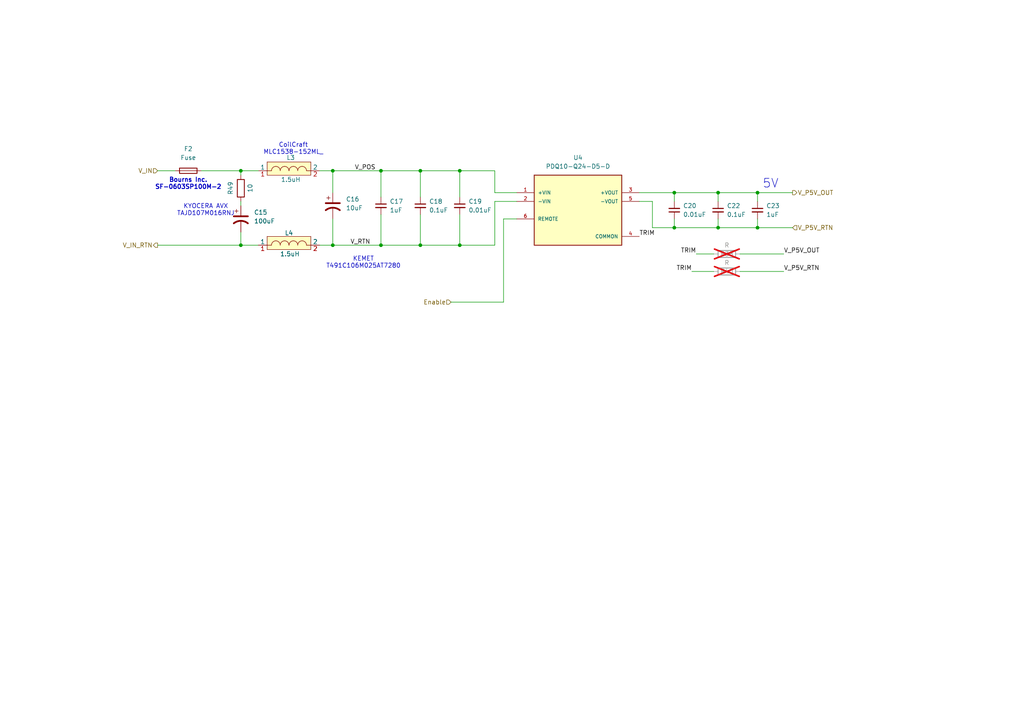
<source format=kicad_sch>
(kicad_sch
	(version 20250114)
	(generator "eeschema")
	(generator_version "9.0")
	(uuid "49260761-036e-4e6a-a015-906ea1cba1bc")
	(paper "A4")
	(lib_symbols
		(symbol "CUI:PDQ10-Q24-D5-D"
			(pin_names
				(offset 1.016)
			)
			(exclude_from_sim no)
			(in_bom yes)
			(on_board yes)
			(property "Reference" "U"
				(at -12.7422 10.1937 0)
				(effects
					(font
						(size 1.27 1.27)
					)
					(justify left bottom)
				)
			)
			(property "Value" "PDQ30-Q24-S5-D"
				(at -12.7115 -12.7115 0)
				(effects
					(font
						(size 1.27 1.27)
					)
					(justify left bottom)
				)
			)
			(property "Footprint" "PDQ10-Q24-D5-D:CONV_PDQ10-Q24-D5-D"
				(at 0 0 0)
				(effects
					(font
						(size 1.27 1.27)
					)
					(justify bottom)
					(hide yes)
				)
			)
			(property "Datasheet" "https://www.belfuse.com/media/datasheets/products/power-supplies/PDQ30-D.pdf"
				(at 0 0 0)
				(effects
					(font
						(size 1.27 1.27)
					)
					(hide yes)
				)
			)
			(property "Description" "Isolated Module DC DC Converter 1 Output 5V 6A 9V - 36V Input"
				(at 0 0 0)
				(effects
					(font
						(size 1.27 1.27)
					)
					(hide yes)
				)
			)
			(property "PARTREV" "1.0"
				(at 0 0 0)
				(effects
					(font
						(size 1.27 1.27)
					)
					(justify bottom)
					(hide yes)
				)
			)
			(property "Manufacturer" "CUI Inc"
				(at 0 0 0)
				(effects
					(font
						(size 1.27 1.27)
					)
					(justify bottom)
					(hide yes)
				)
			)
			(property "Man. Part Num" "PDQ30-Q24-S5-D"
				(at 0 0 0)
				(effects
					(font
						(size 1.27 1.27)
					)
					(justify bottom)
					(hide yes)
				)
			)
			(property "Distributor" "Digi-Key"
				(at 0 0 0)
				(effects
					(font
						(size 1.27 1.27)
					)
					(hide yes)
				)
			)
			(property "Dist. Part Num" "102-3891-ND"
				(at 0 0 0)
				(effects
					(font
						(size 1.27 1.27)
					)
					(hide yes)
				)
			)
			(property "Part Type" "Through-Hole"
				(at 0 0 0)
				(effects
					(font
						(size 1.27 1.27)
					)
					(hide yes)
				)
			)
			(property "Package" "-"
				(at 0 0 0)
				(effects
					(font
						(size 1.27 1.27)
					)
					(hide yes)
				)
			)
			(property "Notes" ""
				(at 0 0 0)
				(effects
					(font
						(size 1.27 1.27)
					)
					(hide yes)
				)
			)
			(symbol "PDQ10-Q24-D5-D_0_0"
				(rectangle
					(start -12.7 -10.16)
					(end 12.7 10.16)
					(stroke
						(width 0.254)
						(type default)
					)
					(fill
						(type background)
					)
				)
				(pin input line
					(at -17.78 5.08 0)
					(length 5.08)
					(name "+VIN"
						(effects
							(font
								(size 1.016 1.016)
							)
						)
					)
					(number "1"
						(effects
							(font
								(size 1.016 1.016)
							)
						)
					)
				)
				(pin input line
					(at -17.78 2.54 0)
					(length 5.08)
					(name "-VIN"
						(effects
							(font
								(size 1.016 1.016)
							)
						)
					)
					(number "2"
						(effects
							(font
								(size 1.016 1.016)
							)
						)
					)
				)
				(pin input line
					(at -17.78 -2.54 0)
					(length 5.08)
					(name "REMOTE"
						(effects
							(font
								(size 1.016 1.016)
							)
						)
					)
					(number "6"
						(effects
							(font
								(size 1.016 1.016)
							)
						)
					)
				)
				(pin output line
					(at 17.78 5.08 180)
					(length 5.08)
					(name "+VOUT"
						(effects
							(font
								(size 1.016 1.016)
							)
						)
					)
					(number "3"
						(effects
							(font
								(size 1.016 1.016)
							)
						)
					)
				)
				(pin output line
					(at 17.78 2.54 180)
					(length 5.08)
					(name "-VOUT"
						(effects
							(font
								(size 1.016 1.016)
							)
						)
					)
					(number "5"
						(effects
							(font
								(size 1.016 1.016)
							)
						)
					)
				)
				(pin power_in line
					(at 17.78 -7.62 180)
					(length 5.08)
					(name "COMMON"
						(effects
							(font
								(size 1.016 1.016)
							)
						)
					)
					(number "4"
						(effects
							(font
								(size 1.016 1.016)
							)
						)
					)
				)
			)
			(embedded_fonts no)
		)
		(symbol "CoilCraft:MLC7542"
			(pin_names
				(offset 0)
			)
			(exclude_from_sim no)
			(in_bom yes)
			(on_board yes)
			(property "Reference" "L"
				(at 5.334 3.81 0)
				(effects
					(font
						(size 1.27 1.27)
					)
				)
			)
			(property "Value" ""
				(at 6.35 3.302 0)
				(effects
					(font
						(size 1.27 1.27)
					)
				)
			)
			(property "Footprint" ""
				(at 6.35 3.302 0)
				(effects
					(font
						(size 1.27 1.27)
					)
					(hide yes)
				)
			)
			(property "Datasheet" ""
				(at 6.35 3.302 0)
				(effects
					(font
						(size 1.27 1.27)
					)
					(hide yes)
				)
			)
			(property "Description" ""
				(at 6.35 3.302 0)
				(effects
					(font
						(size 1.27 1.27)
					)
					(hide yes)
				)
			)
			(symbol "MLC7542_0_1"
				(arc
					(start 1.27 0)
					(mid 1.642 0.898)
					(end 2.54 1.27)
					(stroke
						(width 0)
						(type default)
					)
					(fill
						(type none)
					)
				)
				(arc
					(start 2.54 1.27)
					(mid 3.438 0.898)
					(end 3.81 0)
					(stroke
						(width 0)
						(type default)
					)
					(fill
						(type none)
					)
				)
				(arc
					(start 3.81 0)
					(mid 4.182 0.898)
					(end 5.08 1.27)
					(stroke
						(width 0)
						(type default)
					)
					(fill
						(type none)
					)
				)
				(arc
					(start 5.08 1.27)
					(mid 5.978 0.898)
					(end 6.35 0)
					(stroke
						(width 0)
						(type default)
					)
					(fill
						(type none)
					)
				)
				(arc
					(start 6.35 0)
					(mid 6.722 0.898)
					(end 7.62 1.27)
					(stroke
						(width 0)
						(type default)
					)
					(fill
						(type none)
					)
				)
				(arc
					(start 7.62 1.27)
					(mid 8.518 0.898)
					(end 8.89 0)
					(stroke
						(width 0)
						(type default)
					)
					(fill
						(type none)
					)
				)
				(arc
					(start 8.89 0)
					(mid 9.262 0.898)
					(end 10.16 1.27)
					(stroke
						(width 0)
						(type default)
					)
					(fill
						(type none)
					)
				)
				(arc
					(start 10.16 1.27)
					(mid 11.058 0.898)
					(end 11.43 0)
					(stroke
						(width 0)
						(type default)
					)
					(fill
						(type none)
					)
				)
			)
			(symbol "MLC7542_1_1"
				(rectangle
					(start 0 2.54)
					(end 12.7 -1.27)
					(stroke
						(width 0)
						(type default)
					)
					(fill
						(type background)
					)
				)
				(polyline
					(pts
						(xy 1.27 0) (xy 0 0)
					)
					(stroke
						(width 0)
						(type default)
					)
					(fill
						(type none)
					)
				)
				(polyline
					(pts
						(xy 11.43 0) (xy 12.7 0)
					)
					(stroke
						(width 0)
						(type default)
					)
					(fill
						(type none)
					)
				)
				(pin bidirectional line
					(at -2.54 0 0)
					(length 2.54)
					(name "1"
						(effects
							(font
								(size 1.27 1.27)
							)
						)
					)
					(number "1"
						(effects
							(font
								(size 1.27 1.27)
							)
						)
					)
				)
				(pin bidirectional line
					(at 15.24 0 180)
					(length 2.54)
					(name "2"
						(effects
							(font
								(size 1.27 1.27)
							)
						)
					)
					(number "2"
						(effects
							(font
								(size 1.27 1.27)
							)
						)
					)
				)
			)
			(embedded_fonts no)
		)
		(symbol "Device:C_Polarized_US"
			(pin_numbers
				(hide yes)
			)
			(pin_names
				(offset 0.254)
				(hide yes)
			)
			(exclude_from_sim no)
			(in_bom yes)
			(on_board yes)
			(property "Reference" "C"
				(at 0.635 2.54 0)
				(effects
					(font
						(size 1.27 1.27)
					)
					(justify left)
				)
			)
			(property "Value" "C_Polarized_US"
				(at 0.635 -2.54 0)
				(effects
					(font
						(size 1.27 1.27)
					)
					(justify left)
				)
			)
			(property "Footprint" ""
				(at 0 0 0)
				(effects
					(font
						(size 1.27 1.27)
					)
					(hide yes)
				)
			)
			(property "Datasheet" "~"
				(at 0 0 0)
				(effects
					(font
						(size 1.27 1.27)
					)
					(hide yes)
				)
			)
			(property "Description" "Polarized capacitor, US symbol"
				(at 0 0 0)
				(effects
					(font
						(size 1.27 1.27)
					)
					(hide yes)
				)
			)
			(property "ki_keywords" "cap capacitor"
				(at 0 0 0)
				(effects
					(font
						(size 1.27 1.27)
					)
					(hide yes)
				)
			)
			(property "ki_fp_filters" "CP_*"
				(at 0 0 0)
				(effects
					(font
						(size 1.27 1.27)
					)
					(hide yes)
				)
			)
			(symbol "C_Polarized_US_0_1"
				(polyline
					(pts
						(xy -2.032 0.762) (xy 2.032 0.762)
					)
					(stroke
						(width 0.508)
						(type default)
					)
					(fill
						(type none)
					)
				)
				(polyline
					(pts
						(xy -1.778 2.286) (xy -0.762 2.286)
					)
					(stroke
						(width 0)
						(type default)
					)
					(fill
						(type none)
					)
				)
				(polyline
					(pts
						(xy -1.27 1.778) (xy -1.27 2.794)
					)
					(stroke
						(width 0)
						(type default)
					)
					(fill
						(type none)
					)
				)
				(arc
					(start -2.032 -1.27)
					(mid 0 -0.5572)
					(end 2.032 -1.27)
					(stroke
						(width 0.508)
						(type default)
					)
					(fill
						(type none)
					)
				)
			)
			(symbol "C_Polarized_US_1_1"
				(pin passive line
					(at 0 3.81 270)
					(length 2.794)
					(name "~"
						(effects
							(font
								(size 1.27 1.27)
							)
						)
					)
					(number "1"
						(effects
							(font
								(size 1.27 1.27)
							)
						)
					)
				)
				(pin passive line
					(at 0 -3.81 90)
					(length 3.302)
					(name "~"
						(effects
							(font
								(size 1.27 1.27)
							)
						)
					)
					(number "2"
						(effects
							(font
								(size 1.27 1.27)
							)
						)
					)
				)
			)
			(embedded_fonts no)
		)
		(symbol "Device:C_Small"
			(pin_numbers
				(hide yes)
			)
			(pin_names
				(offset 0.254)
				(hide yes)
			)
			(exclude_from_sim no)
			(in_bom yes)
			(on_board yes)
			(property "Reference" "C"
				(at 0.254 1.778 0)
				(effects
					(font
						(size 1.27 1.27)
					)
					(justify left)
				)
			)
			(property "Value" "C_Small"
				(at 0.254 -2.032 0)
				(effects
					(font
						(size 1.27 1.27)
					)
					(justify left)
				)
			)
			(property "Footprint" ""
				(at 0 0 0)
				(effects
					(font
						(size 1.27 1.27)
					)
					(hide yes)
				)
			)
			(property "Datasheet" "~"
				(at 0 0 0)
				(effects
					(font
						(size 1.27 1.27)
					)
					(hide yes)
				)
			)
			(property "Description" "Unpolarized capacitor, small symbol"
				(at 0 0 0)
				(effects
					(font
						(size 1.27 1.27)
					)
					(hide yes)
				)
			)
			(property "ki_keywords" "capacitor cap"
				(at 0 0 0)
				(effects
					(font
						(size 1.27 1.27)
					)
					(hide yes)
				)
			)
			(property "ki_fp_filters" "C_*"
				(at 0 0 0)
				(effects
					(font
						(size 1.27 1.27)
					)
					(hide yes)
				)
			)
			(symbol "C_Small_0_1"
				(polyline
					(pts
						(xy -1.524 0.508) (xy 1.524 0.508)
					)
					(stroke
						(width 0.3048)
						(type default)
					)
					(fill
						(type none)
					)
				)
				(polyline
					(pts
						(xy -1.524 -0.508) (xy 1.524 -0.508)
					)
					(stroke
						(width 0.3302)
						(type default)
					)
					(fill
						(type none)
					)
				)
			)
			(symbol "C_Small_1_1"
				(pin passive line
					(at 0 2.54 270)
					(length 2.032)
					(name "~"
						(effects
							(font
								(size 1.27 1.27)
							)
						)
					)
					(number "1"
						(effects
							(font
								(size 1.27 1.27)
							)
						)
					)
				)
				(pin passive line
					(at 0 -2.54 90)
					(length 2.032)
					(name "~"
						(effects
							(font
								(size 1.27 1.27)
							)
						)
					)
					(number "2"
						(effects
							(font
								(size 1.27 1.27)
							)
						)
					)
				)
			)
			(embedded_fonts no)
		)
		(symbol "Device:Fuse"
			(pin_numbers
				(hide yes)
			)
			(pin_names
				(offset 0)
			)
			(exclude_from_sim no)
			(in_bom yes)
			(on_board yes)
			(property "Reference" "F"
				(at 2.032 0 90)
				(effects
					(font
						(size 1.27 1.27)
					)
				)
			)
			(property "Value" "Fuse"
				(at -1.905 0 90)
				(effects
					(font
						(size 1.27 1.27)
					)
				)
			)
			(property "Footprint" ""
				(at -1.778 0 90)
				(effects
					(font
						(size 1.27 1.27)
					)
					(hide yes)
				)
			)
			(property "Datasheet" "~"
				(at 0 0 0)
				(effects
					(font
						(size 1.27 1.27)
					)
					(hide yes)
				)
			)
			(property "Description" "Fuse"
				(at 0 0 0)
				(effects
					(font
						(size 1.27 1.27)
					)
					(hide yes)
				)
			)
			(property "ki_keywords" "fuse"
				(at 0 0 0)
				(effects
					(font
						(size 1.27 1.27)
					)
					(hide yes)
				)
			)
			(property "ki_fp_filters" "*Fuse*"
				(at 0 0 0)
				(effects
					(font
						(size 1.27 1.27)
					)
					(hide yes)
				)
			)
			(symbol "Fuse_0_1"
				(rectangle
					(start -0.762 -2.54)
					(end 0.762 2.54)
					(stroke
						(width 0.254)
						(type default)
					)
					(fill
						(type none)
					)
				)
				(polyline
					(pts
						(xy 0 2.54) (xy 0 -2.54)
					)
					(stroke
						(width 0)
						(type default)
					)
					(fill
						(type none)
					)
				)
			)
			(symbol "Fuse_1_1"
				(pin passive line
					(at 0 3.81 270)
					(length 1.27)
					(name "~"
						(effects
							(font
								(size 1.27 1.27)
							)
						)
					)
					(number "1"
						(effects
							(font
								(size 1.27 1.27)
							)
						)
					)
				)
				(pin passive line
					(at 0 -3.81 90)
					(length 1.27)
					(name "~"
						(effects
							(font
								(size 1.27 1.27)
							)
						)
					)
					(number "2"
						(effects
							(font
								(size 1.27 1.27)
							)
						)
					)
				)
			)
			(embedded_fonts no)
		)
		(symbol "Device:R"
			(pin_numbers
				(hide yes)
			)
			(pin_names
				(offset 0)
			)
			(exclude_from_sim no)
			(in_bom yes)
			(on_board yes)
			(property "Reference" "R"
				(at 2.032 0 90)
				(effects
					(font
						(size 1.27 1.27)
					)
				)
			)
			(property "Value" "R"
				(at 0 0 90)
				(effects
					(font
						(size 1.27 1.27)
					)
				)
			)
			(property "Footprint" ""
				(at -1.778 0 90)
				(effects
					(font
						(size 1.27 1.27)
					)
					(hide yes)
				)
			)
			(property "Datasheet" "~"
				(at 0 0 0)
				(effects
					(font
						(size 1.27 1.27)
					)
					(hide yes)
				)
			)
			(property "Description" "Resistor"
				(at 0 0 0)
				(effects
					(font
						(size 1.27 1.27)
					)
					(hide yes)
				)
			)
			(property "ki_keywords" "R res resistor"
				(at 0 0 0)
				(effects
					(font
						(size 1.27 1.27)
					)
					(hide yes)
				)
			)
			(property "ki_fp_filters" "R_*"
				(at 0 0 0)
				(effects
					(font
						(size 1.27 1.27)
					)
					(hide yes)
				)
			)
			(symbol "R_0_1"
				(rectangle
					(start -1.016 -2.54)
					(end 1.016 2.54)
					(stroke
						(width 0.254)
						(type default)
					)
					(fill
						(type none)
					)
				)
			)
			(symbol "R_1_1"
				(pin passive line
					(at 0 3.81 270)
					(length 1.27)
					(name "~"
						(effects
							(font
								(size 1.27 1.27)
							)
						)
					)
					(number "1"
						(effects
							(font
								(size 1.27 1.27)
							)
						)
					)
				)
				(pin passive line
					(at 0 -3.81 90)
					(length 1.27)
					(name "~"
						(effects
							(font
								(size 1.27 1.27)
							)
						)
					)
					(number "2"
						(effects
							(font
								(size 1.27 1.27)
							)
						)
					)
				)
			)
			(embedded_fonts no)
		)
		(symbol "R_1"
			(pin_numbers
				(hide yes)
			)
			(pin_names
				(offset 0)
			)
			(exclude_from_sim no)
			(in_bom yes)
			(on_board yes)
			(property "Reference" "R"
				(at 2.032 0 90)
				(effects
					(font
						(size 1.27 1.27)
					)
				)
			)
			(property "Value" "R"
				(at 0 0 90)
				(effects
					(font
						(size 1.27 1.27)
					)
				)
			)
			(property "Footprint" ""
				(at -1.778 0 90)
				(effects
					(font
						(size 1.27 1.27)
					)
					(hide yes)
				)
			)
			(property "Datasheet" "~"
				(at 0 0 0)
				(effects
					(font
						(size 1.27 1.27)
					)
					(hide yes)
				)
			)
			(property "Description" "Resistor"
				(at 0 0 0)
				(effects
					(font
						(size 1.27 1.27)
					)
					(hide yes)
				)
			)
			(property "ki_keywords" "R res resistor"
				(at 0 0 0)
				(effects
					(font
						(size 1.27 1.27)
					)
					(hide yes)
				)
			)
			(property "ki_fp_filters" "R_*"
				(at 0 0 0)
				(effects
					(font
						(size 1.27 1.27)
					)
					(hide yes)
				)
			)
			(symbol "R_1_0_1"
				(rectangle
					(start -1.016 -2.54)
					(end 1.016 2.54)
					(stroke
						(width 0.254)
						(type default)
					)
					(fill
						(type none)
					)
				)
			)
			(symbol "R_1_1_1"
				(pin passive line
					(at 0 3.81 270)
					(length 1.27)
					(name "~"
						(effects
							(font
								(size 1.27 1.27)
							)
						)
					)
					(number "1"
						(effects
							(font
								(size 1.27 1.27)
							)
						)
					)
				)
				(pin passive line
					(at 0 -3.81 90)
					(length 1.27)
					(name "~"
						(effects
							(font
								(size 1.27 1.27)
							)
						)
					)
					(number "2"
						(effects
							(font
								(size 1.27 1.27)
							)
						)
					)
				)
			)
			(embedded_fonts no)
		)
	)
	(text "CoilCraft\nMLC1538-152ML_"
		(exclude_from_sim no)
		(at 85.09 43.18 0)
		(effects
			(font
				(size 1.27 1.27)
			)
		)
		(uuid "5d6f918a-550a-421b-bab3-e9ba5f81b2e4")
	)
	(text "KEMET\nT491C106M025AT7280"
		(exclude_from_sim no)
		(at 105.41 76.2 0)
		(effects
			(font
				(size 1.27 1.27)
			)
		)
		(uuid "7ee0558d-4968-4126-a987-2bde954b0506")
	)
	(text "5V"
		(exclude_from_sim no)
		(at 223.52 53.34 0)
		(effects
			(font
				(size 2.54 2.54)
			)
		)
		(uuid "bfef87a4-08de-48d6-a786-2711f761e35a")
	)
	(text "Bourns Inc.\nSF-0603SP100M-2"
		(exclude_from_sim no)
		(at 54.61 53.34 0)
		(effects
			(font
				(size 1.27 1.27)
				(thickness 0.254)
				(bold yes)
			)
		)
		(uuid "c4b8d665-0d09-44ee-8be0-4b5c2a12062a")
	)
	(text "KYOCERA AVX\nTAJD107M016RNJ"
		(exclude_from_sim no)
		(at 59.69 60.96 0)
		(effects
			(font
				(size 1.27 1.27)
			)
		)
		(uuid "d4b762e1-a2b2-498e-8a14-aa859fc5175f")
	)
	(junction
		(at 121.92 71.12)
		(diameter 0)
		(color 0 0 0 0)
		(uuid "04c97035-9b5f-4a77-bcb0-192c948cce68")
	)
	(junction
		(at 219.71 66.04)
		(diameter 0)
		(color 0 0 0 0)
		(uuid "07fd6855-7f63-4c32-89c1-4df861b9906c")
	)
	(junction
		(at 133.35 49.53)
		(diameter 0)
		(color 0 0 0 0)
		(uuid "15afc340-7350-4019-9888-84b35fa0c929")
	)
	(junction
		(at 96.52 49.53)
		(diameter 0)
		(color 0 0 0 0)
		(uuid "40617195-e9fb-4df0-890b-48c34406739c")
	)
	(junction
		(at 69.85 49.53)
		(diameter 0)
		(color 0 0 0 0)
		(uuid "469d34eb-a857-479e-a4ce-19256f5f0985")
	)
	(junction
		(at 110.49 71.12)
		(diameter 0)
		(color 0 0 0 0)
		(uuid "47dffbe1-c5c3-4e21-aac6-bbde2e520172")
	)
	(junction
		(at 195.58 55.88)
		(diameter 0)
		(color 0 0 0 0)
		(uuid "54cf030d-4b77-418b-8ec7-2c32a31d57d5")
	)
	(junction
		(at 195.58 66.04)
		(diameter 0)
		(color 0 0 0 0)
		(uuid "63e56a23-ffdc-4faa-b021-338854f6dc0a")
	)
	(junction
		(at 133.35 71.12)
		(diameter 0)
		(color 0 0 0 0)
		(uuid "a741306a-f7d4-4471-a30c-426035614aa5")
	)
	(junction
		(at 96.52 71.12)
		(diameter 0)
		(color 0 0 0 0)
		(uuid "bcc609d9-ef9d-43b2-be13-88f559190a3e")
	)
	(junction
		(at 208.28 55.88)
		(diameter 0)
		(color 0 0 0 0)
		(uuid "c8ed59d4-dcaa-4272-8a91-6ca65fa753de")
	)
	(junction
		(at 69.85 71.12)
		(diameter 0)
		(color 0 0 0 0)
		(uuid "cf95074f-9cab-4906-abd6-e17042a91b24")
	)
	(junction
		(at 208.28 66.04)
		(diameter 0)
		(color 0 0 0 0)
		(uuid "d36da2a5-8cc0-4e52-9204-d0297c84b7e1")
	)
	(junction
		(at 219.71 55.88)
		(diameter 0)
		(color 0 0 0 0)
		(uuid "e41286ba-ba26-4981-8184-030d588c395f")
	)
	(junction
		(at 121.92 49.53)
		(diameter 0)
		(color 0 0 0 0)
		(uuid "f1851c0b-2d18-4fe7-b945-faa6d366dc20")
	)
	(junction
		(at 110.49 49.53)
		(diameter 0)
		(color 0 0 0 0)
		(uuid "fb280cf9-def8-435b-99a2-08a205133060")
	)
	(wire
		(pts
			(xy 219.71 55.88) (xy 229.87 55.88)
		)
		(stroke
			(width 0)
			(type default)
		)
		(uuid "01c1451a-4a42-41aa-892c-06443bb960ef")
	)
	(wire
		(pts
			(xy 110.49 71.12) (xy 96.52 71.12)
		)
		(stroke
			(width 0)
			(type default)
		)
		(uuid "02be985d-d9fd-4332-a2bb-44dc4d170c87")
	)
	(wire
		(pts
			(xy 195.58 66.04) (xy 195.58 63.5)
		)
		(stroke
			(width 0)
			(type default)
		)
		(uuid "07523a72-3841-419b-ab21-dd8a9285c258")
	)
	(wire
		(pts
			(xy 58.42 49.53) (xy 69.85 49.53)
		)
		(stroke
			(width 0)
			(type default)
		)
		(uuid "0aeb8cb4-9db2-4228-9a39-195eaa24e4bd")
	)
	(wire
		(pts
			(xy 121.92 62.23) (xy 121.92 71.12)
		)
		(stroke
			(width 0)
			(type default)
		)
		(uuid "0e581055-a705-4b38-a7ed-2bc090be794d")
	)
	(wire
		(pts
			(xy 69.85 49.53) (xy 69.85 50.8)
		)
		(stroke
			(width 0)
			(type default)
		)
		(uuid "10085442-f797-45a8-bd01-1e3070c9f4f8")
	)
	(wire
		(pts
			(xy 149.86 58.42) (xy 143.51 58.42)
		)
		(stroke
			(width 0)
			(type default)
		)
		(uuid "1b4b87c2-bc81-48a7-a59f-ec0ddb86c949")
	)
	(wire
		(pts
			(xy 195.58 66.04) (xy 189.23 66.04)
		)
		(stroke
			(width 0)
			(type default)
		)
		(uuid "227bc23f-a7be-44ac-8238-2550e07430fe")
	)
	(wire
		(pts
			(xy 189.23 58.42) (xy 185.42 58.42)
		)
		(stroke
			(width 0)
			(type default)
		)
		(uuid "2c03da3e-9c43-4e06-aee6-11061b0da7d1")
	)
	(wire
		(pts
			(xy 110.49 49.53) (xy 121.92 49.53)
		)
		(stroke
			(width 0)
			(type default)
		)
		(uuid "3855d684-425f-4cb5-95fe-affcc2a83458")
	)
	(wire
		(pts
			(xy 195.58 66.04) (xy 208.28 66.04)
		)
		(stroke
			(width 0)
			(type default)
		)
		(uuid "428007bd-47d1-4d4d-83c5-99f794311fbb")
	)
	(wire
		(pts
			(xy 214.63 78.74) (xy 227.33 78.74)
		)
		(stroke
			(width 0)
			(type default)
		)
		(uuid "43e87278-00e6-449a-b2db-6462b4719861")
	)
	(wire
		(pts
			(xy 96.52 49.53) (xy 92.71 49.53)
		)
		(stroke
			(width 0)
			(type default)
		)
		(uuid "46878f4a-584a-43f4-8eb6-934fb142eb5c")
	)
	(wire
		(pts
			(xy 69.85 71.12) (xy 74.93 71.12)
		)
		(stroke
			(width 0)
			(type default)
		)
		(uuid "4f8590d4-730c-410d-908c-2058cbb47df2")
	)
	(wire
		(pts
			(xy 45.72 49.53) (xy 50.8 49.53)
		)
		(stroke
			(width 0)
			(type default)
		)
		(uuid "4fe20278-791a-4c54-b352-d3f12c652ffe")
	)
	(wire
		(pts
			(xy 121.92 49.53) (xy 121.92 57.15)
		)
		(stroke
			(width 0)
			(type default)
		)
		(uuid "50267e30-2a69-4778-9639-edf863a4425b")
	)
	(wire
		(pts
			(xy 185.42 55.88) (xy 195.58 55.88)
		)
		(stroke
			(width 0)
			(type default)
		)
		(uuid "507094df-9d73-42ad-82b0-afe151d540ca")
	)
	(wire
		(pts
			(xy 201.93 73.66) (xy 207.01 73.66)
		)
		(stroke
			(width 0)
			(type default)
		)
		(uuid "549d7dcd-79b3-4fc4-b99f-733f934291a8")
	)
	(wire
		(pts
			(xy 200.66 78.74) (xy 207.01 78.74)
		)
		(stroke
			(width 0)
			(type default)
		)
		(uuid "57c1e553-e0b3-4e9e-83f0-ba1f24774344")
	)
	(wire
		(pts
			(xy 143.51 58.42) (xy 143.51 71.12)
		)
		(stroke
			(width 0)
			(type default)
		)
		(uuid "64cfc05c-1a4e-4bd8-a751-7d6a5018fd60")
	)
	(wire
		(pts
			(xy 146.05 87.63) (xy 130.81 87.63)
		)
		(stroke
			(width 0)
			(type default)
		)
		(uuid "6500989b-5aa4-43b1-9799-8e8a2c8581a1")
	)
	(wire
		(pts
			(xy 214.63 73.66) (xy 227.33 73.66)
		)
		(stroke
			(width 0)
			(type default)
		)
		(uuid "6c74f507-09f1-4910-93c1-15cc054e07d0")
	)
	(wire
		(pts
			(xy 143.51 49.53) (xy 143.51 55.88)
		)
		(stroke
			(width 0)
			(type default)
		)
		(uuid "6cc963e2-2d57-4431-8885-aa0a5d3e7f3e")
	)
	(wire
		(pts
			(xy 133.35 49.53) (xy 143.51 49.53)
		)
		(stroke
			(width 0)
			(type default)
		)
		(uuid "6fb093fa-ca19-4dd5-bba4-b4092b39f4c0")
	)
	(wire
		(pts
			(xy 121.92 49.53) (xy 133.35 49.53)
		)
		(stroke
			(width 0)
			(type default)
		)
		(uuid "7018c8dc-c22b-46a2-85a0-a6429f39411e")
	)
	(wire
		(pts
			(xy 208.28 55.88) (xy 219.71 55.88)
		)
		(stroke
			(width 0)
			(type default)
		)
		(uuid "71f0a7cd-6c00-4f30-af33-bfa2496ffa7c")
	)
	(wire
		(pts
			(xy 146.05 63.5) (xy 146.05 87.63)
		)
		(stroke
			(width 0)
			(type default)
		)
		(uuid "83d470d9-85fe-4237-ba55-ed47820a4fc6")
	)
	(wire
		(pts
			(xy 219.71 63.5) (xy 219.71 66.04)
		)
		(stroke
			(width 0)
			(type default)
		)
		(uuid "874e6714-d3d4-4a35-ab38-af4e38b50730")
	)
	(wire
		(pts
			(xy 219.71 66.04) (xy 229.87 66.04)
		)
		(stroke
			(width 0)
			(type default)
		)
		(uuid "8c0fc407-ff73-4eaa-b134-8a301abe19e9")
	)
	(wire
		(pts
			(xy 121.92 71.12) (xy 110.49 71.12)
		)
		(stroke
			(width 0)
			(type default)
		)
		(uuid "8e352606-b482-4ddb-95e2-f2ec92893ed5")
	)
	(wire
		(pts
			(xy 143.51 71.12) (xy 133.35 71.12)
		)
		(stroke
			(width 0)
			(type default)
		)
		(uuid "94f68315-09a4-4631-9f99-3886618b9af1")
	)
	(wire
		(pts
			(xy 195.58 55.88) (xy 208.28 55.88)
		)
		(stroke
			(width 0)
			(type default)
		)
		(uuid "977e1a7e-1b91-4ac1-92dc-20b574725540")
	)
	(wire
		(pts
			(xy 208.28 63.5) (xy 208.28 66.04)
		)
		(stroke
			(width 0)
			(type default)
		)
		(uuid "a3c46066-8bb8-4d54-b915-89b418154ca3")
	)
	(wire
		(pts
			(xy 195.58 55.88) (xy 195.58 58.42)
		)
		(stroke
			(width 0)
			(type default)
		)
		(uuid "ab0a1d1a-a7b5-491c-a050-bd7b38f2e9b7")
	)
	(wire
		(pts
			(xy 133.35 62.23) (xy 133.35 71.12)
		)
		(stroke
			(width 0)
			(type default)
		)
		(uuid "aebcb82e-f264-49aa-aabd-52414ff71459")
	)
	(wire
		(pts
			(xy 219.71 55.88) (xy 219.71 58.42)
		)
		(stroke
			(width 0)
			(type default)
		)
		(uuid "aece0240-daee-469e-b87d-d1155481e824")
	)
	(wire
		(pts
			(xy 96.52 55.88) (xy 96.52 49.53)
		)
		(stroke
			(width 0)
			(type default)
		)
		(uuid "b8770c01-5189-49f9-b069-ad51f4d0ca2d")
	)
	(wire
		(pts
			(xy 96.52 49.53) (xy 110.49 49.53)
		)
		(stroke
			(width 0)
			(type default)
		)
		(uuid "b8fe4386-4e3d-4291-920e-fd528b227ba5")
	)
	(wire
		(pts
			(xy 149.86 63.5) (xy 146.05 63.5)
		)
		(stroke
			(width 0)
			(type default)
		)
		(uuid "b99a72f3-ef4f-474a-9c8e-6cc8b05b0d2e")
	)
	(wire
		(pts
			(xy 110.49 62.23) (xy 110.49 71.12)
		)
		(stroke
			(width 0)
			(type default)
		)
		(uuid "c0940460-9270-4684-b576-a234502094a7")
	)
	(wire
		(pts
			(xy 96.52 71.12) (xy 92.71 71.12)
		)
		(stroke
			(width 0)
			(type default)
		)
		(uuid "c5ed5830-9cbb-4be7-9072-9ae157ad4a6f")
	)
	(wire
		(pts
			(xy 96.52 63.5) (xy 96.52 71.12)
		)
		(stroke
			(width 0)
			(type default)
		)
		(uuid "c9aec0e2-36fb-4c85-98c7-08faa4e51eef")
	)
	(wire
		(pts
			(xy 208.28 55.88) (xy 208.28 58.42)
		)
		(stroke
			(width 0)
			(type default)
		)
		(uuid "d137863e-b993-4d81-92dd-23756e340405")
	)
	(wire
		(pts
			(xy 110.49 49.53) (xy 110.49 57.15)
		)
		(stroke
			(width 0)
			(type default)
		)
		(uuid "d1ef7ee9-bbb7-4249-a977-59bb400d21af")
	)
	(wire
		(pts
			(xy 69.85 67.31) (xy 69.85 71.12)
		)
		(stroke
			(width 0)
			(type default)
		)
		(uuid "de6b90a1-6142-4c45-a7e1-f9984b2bdc99")
	)
	(wire
		(pts
			(xy 133.35 49.53) (xy 133.35 57.15)
		)
		(stroke
			(width 0)
			(type default)
		)
		(uuid "e09dd869-9037-4919-a775-88c6f2c6048d")
	)
	(wire
		(pts
			(xy 45.72 71.12) (xy 69.85 71.12)
		)
		(stroke
			(width 0)
			(type default)
		)
		(uuid "e310143a-9d8c-4f76-ae7c-d5d861b7d19d")
	)
	(wire
		(pts
			(xy 189.23 66.04) (xy 189.23 58.42)
		)
		(stroke
			(width 0)
			(type default)
		)
		(uuid "e3608c20-ac68-4c8d-93e3-acc63bcc643d")
	)
	(wire
		(pts
			(xy 69.85 58.42) (xy 69.85 59.69)
		)
		(stroke
			(width 0)
			(type default)
		)
		(uuid "e9f18854-40cd-4a91-aa39-fbe285aca4e9")
	)
	(wire
		(pts
			(xy 143.51 55.88) (xy 149.86 55.88)
		)
		(stroke
			(width 0)
			(type default)
		)
		(uuid "efbe27c1-bd24-4b42-a7de-740dd3a9a4f5")
	)
	(wire
		(pts
			(xy 69.85 49.53) (xy 74.93 49.53)
		)
		(stroke
			(width 0)
			(type default)
		)
		(uuid "f19221da-4cc2-438b-b940-d4e4eec8516d")
	)
	(wire
		(pts
			(xy 219.71 66.04) (xy 208.28 66.04)
		)
		(stroke
			(width 0)
			(type default)
		)
		(uuid "f46f06ef-55ac-414d-9282-ca029d7ca57f")
	)
	(wire
		(pts
			(xy 133.35 71.12) (xy 121.92 71.12)
		)
		(stroke
			(width 0)
			(type default)
		)
		(uuid "fe11b723-56fc-4614-a900-4545c6e38b77")
	)
	(label "V_P5V_RTN"
		(at 227.33 78.74 0)
		(effects
			(font
				(size 1.27 1.27)
			)
			(justify left bottom)
		)
		(uuid "016d4dc7-92a5-432a-9b0e-974d317c5b1c")
	)
	(label "V_P5V_OUT"
		(at 227.33 73.66 0)
		(effects
			(font
				(size 1.27 1.27)
			)
			(justify left bottom)
		)
		(uuid "134593b2-8e17-4d7b-b8db-0e73fbeb4c18")
	)
	(label "V_RTN"
		(at 101.6 71.12 0)
		(effects
			(font
				(size 1.27 1.27)
			)
			(justify left bottom)
		)
		(uuid "68fdbbf7-8221-4f67-9145-e29c428538a1")
	)
	(label "TRIM"
		(at 200.66 78.74 180)
		(effects
			(font
				(size 1.27 1.27)
			)
			(justify right bottom)
		)
		(uuid "71a5f21f-4033-44eb-b062-505fdd387f64")
	)
	(label "V_POS"
		(at 102.87 49.53 0)
		(effects
			(font
				(size 1.27 1.27)
			)
			(justify left bottom)
		)
		(uuid "8a835437-247d-4edf-bbe8-252afb0094c8")
	)
	(label "TRIM"
		(at 201.93 73.66 180)
		(effects
			(font
				(size 1.27 1.27)
			)
			(justify right bottom)
		)
		(uuid "b715a871-f097-448e-881e-b2a070452467")
	)
	(label "TRIM"
		(at 185.42 68.58 0)
		(effects
			(font
				(size 1.27 1.27)
			)
			(justify left bottom)
		)
		(uuid "cdd24ed6-815a-48ef-9fd5-815f7480e491")
	)
	(hierarchical_label "V_IN"
		(shape input)
		(at 45.72 49.53 180)
		(effects
			(font
				(size 1.27 1.27)
			)
			(justify right)
		)
		(uuid "104f70fd-e463-4a51-9265-7052e45d6dfd")
	)
	(hierarchical_label "V_P5V_RTN"
		(shape input)
		(at 229.87 66.04 0)
		(effects
			(font
				(size 1.27 1.27)
			)
			(justify left)
		)
		(uuid "127cbbfe-faeb-45d0-8fa7-3af3533ce8ec")
	)
	(hierarchical_label "V_IN_RTN"
		(shape output)
		(at 45.72 71.12 180)
		(effects
			(font
				(size 1.27 1.27)
			)
			(justify right)
		)
		(uuid "4a783837-3311-469b-becf-982dc6b32067")
	)
	(hierarchical_label "Enable"
		(shape input)
		(at 130.81 87.63 180)
		(effects
			(font
				(size 1.27 1.27)
			)
			(justify right)
		)
		(uuid "8f9ca89d-1385-41f3-bbee-0bef7c092b50")
	)
	(hierarchical_label "V_P5V_OUT"
		(shape output)
		(at 229.87 55.88 0)
		(effects
			(font
				(size 1.27 1.27)
			)
			(justify left)
		)
		(uuid "b545b095-861b-48b4-9981-81a02fc433df")
	)
	(symbol
		(lib_id "CoilCraft:MLC7542")
		(at 77.47 71.12 0)
		(unit 1)
		(exclude_from_sim no)
		(in_bom yes)
		(on_board yes)
		(dnp no)
		(uuid "0491e850-e1d9-4d5b-a589-27461c54a5b5")
		(property "Reference" "L4"
			(at 83.82 67.564 0)
			(effects
				(font
					(size 1.27 1.27)
				)
			)
		)
		(property "Value" "1.5uH"
			(at 84.074 73.66 0)
			(effects
				(font
					(size 1.27 1.27)
				)
			)
		)
		(property "Footprint" "CoilCraft:MLC7542-311MEC"
			(at 83.82 67.818 0)
			(effects
				(font
					(size 1.27 1.27)
				)
				(hide yes)
			)
		)
		(property "Datasheet" "https://www.coilcraft.com/getmedia/08a7f2b0-e792-46ca-b029-cc31a7057165/mlc75xx.pdf"
			(at 83.82 67.818 0)
			(effects
				(font
					(size 1.27 1.27)
				)
				(hide yes)
			)
		)
		(property "Description" "Shielded Power Inductors – MLC75xx"
			(at 83.82 67.818 0)
			(effects
				(font
					(size 1.27 1.27)
				)
				(hide yes)
			)
		)
		(property "Dist. Part Num" "MLC7540-142ME"
			(at 77.47 71.12 0)
			(effects
				(font
					(size 1.27 1.27)
				)
				(hide yes)
			)
		)
		(property "Distributor" "Digi-Key"
			(at 77.47 71.12 0)
			(effects
				(font
					(size 1.27 1.27)
				)
				(hide yes)
			)
		)
		(property "Man. Part Num" "MLC7540-142ME"
			(at 77.47 71.12 0)
			(effects
				(font
					(size 1.27 1.27)
				)
				(hide yes)
			)
		)
		(property "Manufacturer" "Coil Craft"
			(at 77.47 71.12 0)
			(effects
				(font
					(size 1.27 1.27)
				)
				(hide yes)
			)
		)
		(property "Part Type" "SMD"
			(at 77.47 71.12 0)
			(effects
				(font
					(size 1.27 1.27)
				)
				(hide yes)
			)
		)
		(pin "2"
			(uuid "3c1cf88b-2f15-492d-88ac-bf7f49b3c312")
		)
		(pin "1"
			(uuid "38cbea0b-6766-4b95-90be-6e646392041d")
		)
		(instances
			(project "4_COLD_TPC_SiPM_Pre_Amp"
				(path "/82db3d13-eee7-4cef-9304-5eb9febba289/08b7f556-8436-464d-a02b-57cafe49e6d3/8a1c4f8b-bcaf-49d4-847b-1b0ba4d20e7f/397eba39-08fc-4744-836c-731f3c4b429d"
					(reference "L4")
					(unit 1)
				)
			)
		)
	)
	(symbol
		(lib_id "Device:C_Small")
		(at 208.28 60.96 0)
		(unit 1)
		(exclude_from_sim no)
		(in_bom yes)
		(on_board yes)
		(dnp no)
		(fields_autoplaced yes)
		(uuid "0ab60553-a70e-43e8-a0d1-fb2b1b6d4091")
		(property "Reference" "C22"
			(at 210.82 59.6962 0)
			(effects
				(font
					(size 1.27 1.27)
				)
				(justify left)
			)
		)
		(property "Value" "0.1uF"
			(at 210.82 62.2362 0)
			(effects
				(font
					(size 1.27 1.27)
				)
				(justify left)
			)
		)
		(property "Footprint" "Capacitor_SMD:C_0603_1608Metric"
			(at 208.28 60.96 0)
			(effects
				(font
					(size 1.27 1.27)
				)
				(hide yes)
			)
		)
		(property "Datasheet" "https://www.yageo.com/en/Chart/Download/pdf/CC0603KRX7R7BB104"
			(at 208.28 60.96 0)
			(effects
				(font
					(size 1.27 1.27)
				)
				(hide yes)
			)
		)
		(property "Description" "0.1 µF ±10% 16V Ceramic Capacitor X7R 0603 (1608 Metric)"
			(at 208.28 60.96 0)
			(effects
				(font
					(size 1.27 1.27)
				)
				(hide yes)
			)
		)
		(property "Dist. Part Num" "311-1088-1-ND"
			(at 208.28 60.96 0)
			(effects
				(font
					(size 1.27 1.27)
				)
				(hide yes)
			)
		)
		(property "Distributor" "Digi-Key"
			(at 208.28 60.96 0)
			(effects
				(font
					(size 1.27 1.27)
				)
				(hide yes)
			)
		)
		(property "Man. Part Num" "CC0603KRX7R7BB104"
			(at 208.28 60.96 0)
			(effects
				(font
					(size 1.27 1.27)
				)
				(hide yes)
			)
		)
		(property "Manufacturer" "YAGEO"
			(at 208.28 60.96 0)
			(effects
				(font
					(size 1.27 1.27)
				)
				(hide yes)
			)
		)
		(property "Package" "0603 (1608 Metric)"
			(at 208.28 60.96 0)
			(effects
				(font
					(size 1.27 1.27)
				)
				(hide yes)
			)
		)
		(property "Part Type" "SMD"
			(at 208.28 60.96 0)
			(effects
				(font
					(size 1.27 1.27)
				)
				(hide yes)
			)
		)
		(pin "2"
			(uuid "3b92fc8d-63ef-41b2-bbd8-8fbabd269c2c")
		)
		(pin "1"
			(uuid "91574313-3a0c-48a9-a908-43fc78c76244")
		)
		(instances
			(project "4_COLD_TPC_SiPM_Pre_Amp"
				(path "/82db3d13-eee7-4cef-9304-5eb9febba289/08b7f556-8436-464d-a02b-57cafe49e6d3/8a1c4f8b-bcaf-49d4-847b-1b0ba4d20e7f/397eba39-08fc-4744-836c-731f3c4b429d"
					(reference "C22")
					(unit 1)
				)
			)
		)
	)
	(symbol
		(lib_id "Device:C_Small")
		(at 133.35 59.69 0)
		(unit 1)
		(exclude_from_sim no)
		(in_bom yes)
		(on_board yes)
		(dnp no)
		(fields_autoplaced yes)
		(uuid "34f800ba-2a45-4252-8ed4-da29aee520a7")
		(property "Reference" "C19"
			(at 135.89 58.4262 0)
			(effects
				(font
					(size 1.27 1.27)
				)
				(justify left)
			)
		)
		(property "Value" "0.01uF"
			(at 135.89 60.9662 0)
			(effects
				(font
					(size 1.27 1.27)
				)
				(justify left)
			)
		)
		(property "Footprint" "Capacitor_SMD:C_0603_1608Metric"
			(at 133.35 59.69 0)
			(effects
				(font
					(size 1.27 1.27)
				)
				(hide yes)
			)
		)
		(property "Datasheet" "https://content.kemet.com/datasheets/KEM_C1002_X7R_SMD.pdf"
			(at 133.35 59.69 0)
			(effects
				(font
					(size 1.27 1.27)
				)
				(hide yes)
			)
		)
		(property "Description" "10000 pF ±10% 50V Ceramic Capacitor X7R 0603 (1608 Metric)"
			(at 133.35 59.69 0)
			(effects
				(font
					(size 1.27 1.27)
				)
				(hide yes)
			)
		)
		(property "Dist. Part Num" "399-C0603C103K5RACTUCT-ND"
			(at 133.35 59.69 0)
			(effects
				(font
					(size 1.27 1.27)
				)
				(hide yes)
			)
		)
		(property "Distributor" "Digi-Key"
			(at 133.35 59.69 0)
			(effects
				(font
					(size 1.27 1.27)
				)
				(hide yes)
			)
		)
		(property "Man. Part Num" "C0603C103K5RACTU"
			(at 133.35 59.69 0)
			(effects
				(font
					(size 1.27 1.27)
				)
				(hide yes)
			)
		)
		(property "Manufacturer" "KEMET"
			(at 133.35 59.69 0)
			(effects
				(font
					(size 1.27 1.27)
				)
				(hide yes)
			)
		)
		(property "Package" "0603 (1608 Metric)"
			(at 133.35 59.69 0)
			(effects
				(font
					(size 1.27 1.27)
				)
				(hide yes)
			)
		)
		(property "Part Type" "SMD"
			(at 133.35 59.69 0)
			(effects
				(font
					(size 1.27 1.27)
				)
				(hide yes)
			)
		)
		(pin "2"
			(uuid "f0f6d9b5-d20d-4597-8dfe-2feb3b002bab")
		)
		(pin "1"
			(uuid "e59bab91-e6ea-4b21-8326-b372ec0afdcc")
		)
		(instances
			(project "4_COLD_TPC_SiPM_Pre_Amp"
				(path "/82db3d13-eee7-4cef-9304-5eb9febba289/08b7f556-8436-464d-a02b-57cafe49e6d3/8a1c4f8b-bcaf-49d4-847b-1b0ba4d20e7f/397eba39-08fc-4744-836c-731f3c4b429d"
					(reference "C19")
					(unit 1)
				)
			)
		)
	)
	(symbol
		(lib_id "Device:C_Small")
		(at 121.92 59.69 0)
		(unit 1)
		(exclude_from_sim no)
		(in_bom yes)
		(on_board yes)
		(dnp no)
		(fields_autoplaced yes)
		(uuid "3c379ea9-a5fd-45a9-a140-9fa957473111")
		(property "Reference" "C18"
			(at 124.46 58.4262 0)
			(effects
				(font
					(size 1.27 1.27)
				)
				(justify left)
			)
		)
		(property "Value" "0.1uF"
			(at 124.46 60.9662 0)
			(effects
				(font
					(size 1.27 1.27)
				)
				(justify left)
			)
		)
		(property "Footprint" "Capacitor_SMD:C_0603_1608Metric"
			(at 121.92 59.69 0)
			(effects
				(font
					(size 1.27 1.27)
				)
				(hide yes)
			)
		)
		(property "Datasheet" "https://www.yageo.com/en/Chart/Download/pdf/CC0603KRX7R7BB104"
			(at 121.92 59.69 0)
			(effects
				(font
					(size 1.27 1.27)
				)
				(hide yes)
			)
		)
		(property "Description" "0.1 µF ±10% 16V Ceramic Capacitor X7R 0603 (1608 Metric)"
			(at 121.92 59.69 0)
			(effects
				(font
					(size 1.27 1.27)
				)
				(hide yes)
			)
		)
		(property "Dist. Part Num" "311-1088-1-ND"
			(at 121.92 59.69 0)
			(effects
				(font
					(size 1.27 1.27)
				)
				(hide yes)
			)
		)
		(property "Distributor" "Digi-Key"
			(at 121.92 59.69 0)
			(effects
				(font
					(size 1.27 1.27)
				)
				(hide yes)
			)
		)
		(property "Man. Part Num" "CC0603KRX7R7BB104"
			(at 121.92 59.69 0)
			(effects
				(font
					(size 1.27 1.27)
				)
				(hide yes)
			)
		)
		(property "Manufacturer" "YAGEO"
			(at 121.92 59.69 0)
			(effects
				(font
					(size 1.27 1.27)
				)
				(hide yes)
			)
		)
		(property "Package" "0603 (1608 Metric)"
			(at 121.92 59.69 0)
			(effects
				(font
					(size 1.27 1.27)
				)
				(hide yes)
			)
		)
		(property "Part Type" "SMD"
			(at 121.92 59.69 0)
			(effects
				(font
					(size 1.27 1.27)
				)
				(hide yes)
			)
		)
		(pin "2"
			(uuid "f54cbfa5-b026-4875-b563-60754d9caad3")
		)
		(pin "1"
			(uuid "2e35e851-4d53-441c-ab58-97ba1962055d")
		)
		(instances
			(project "4_COLD_TPC_SiPM_Pre_Amp"
				(path "/82db3d13-eee7-4cef-9304-5eb9febba289/08b7f556-8436-464d-a02b-57cafe49e6d3/8a1c4f8b-bcaf-49d4-847b-1b0ba4d20e7f/397eba39-08fc-4744-836c-731f3c4b429d"
					(reference "C18")
					(unit 1)
				)
			)
		)
	)
	(symbol
		(lib_name "R_1")
		(lib_id "Device:R")
		(at 210.82 78.74 90)
		(unit 1)
		(exclude_from_sim no)
		(in_bom yes)
		(on_board yes)
		(dnp yes)
		(uuid "44488adb-4af7-4303-b92d-3f18a575ac16")
		(property "Reference" "R40"
			(at 210.82 78.74 90)
			(effects
				(font
					(size 1.27 1.27)
				)
			)
		)
		(property "Value" "R"
			(at 210.82 76.2 90)
			(effects
				(font
					(size 1.27 1.27)
				)
			)
		)
		(property "Footprint" "Resistor_SMD:R_0805_2012Metric"
			(at 210.82 80.518 90)
			(effects
				(font
					(size 1.27 1.27)
				)
				(hide yes)
			)
		)
		(property "Datasheet" "~"
			(at 210.82 78.74 0)
			(effects
				(font
					(size 1.27 1.27)
				)
				(hide yes)
			)
		)
		(property "Description" "Resistor"
			(at 210.82 78.74 0)
			(effects
				(font
					(size 1.27 1.27)
				)
				(hide yes)
			)
		)
		(property "Dist. Part Num" ""
			(at 210.82 78.74 0)
			(effects
				(font
					(size 1.27 1.27)
				)
				(hide yes)
			)
		)
		(property "Distributor" ""
			(at 210.82 78.74 0)
			(effects
				(font
					(size 1.27 1.27)
				)
				(hide yes)
			)
		)
		(property "Package" "0805 (2012 Metric)"
			(at 210.82 78.74 0)
			(effects
				(font
					(size 1.27 1.27)
				)
				(hide yes)
			)
		)
		(property "Part Type" "SMD"
			(at 210.82 78.74 0)
			(effects
				(font
					(size 1.27 1.27)
				)
				(hide yes)
			)
		)
		(property "Man. Part Num" "DO NOT POPULATE"
			(at 210.82 78.74 0)
			(effects
				(font
					(size 1.27 1.27)
				)
				(hide yes)
			)
		)
		(property "Manufacturer" "DO NOT POPULATE"
			(at 210.82 78.74 0)
			(effects
				(font
					(size 1.27 1.27)
				)
				(hide yes)
			)
		)
		(pin "2"
			(uuid "04aad5c0-5f1c-4cce-a93e-d94779b0ff95")
		)
		(pin "1"
			(uuid "93a8af55-835a-4cff-b05e-df0c5e554ea5")
		)
		(instances
			(project "4_COLD_TPC_SiPM_Pre_Amp"
				(path "/82db3d13-eee7-4cef-9304-5eb9febba289/08b7f556-8436-464d-a02b-57cafe49e6d3/8a1c4f8b-bcaf-49d4-847b-1b0ba4d20e7f/397eba39-08fc-4744-836c-731f3c4b429d"
					(reference "R40")
					(unit 1)
				)
			)
		)
	)
	(symbol
		(lib_id "Device:R")
		(at 210.82 73.66 90)
		(unit 1)
		(exclude_from_sim no)
		(in_bom yes)
		(on_board yes)
		(dnp yes)
		(uuid "4b84d8bb-c0ef-4f7c-9610-e98cfb34470b")
		(property "Reference" "R38"
			(at 210.82 73.66 90)
			(effects
				(font
					(size 1.27 1.27)
				)
			)
		)
		(property "Value" "R"
			(at 210.82 71.12 90)
			(effects
				(font
					(size 1.27 1.27)
				)
			)
		)
		(property "Footprint" "Resistor_SMD:R_0805_2012Metric"
			(at 210.82 75.438 90)
			(effects
				(font
					(size 1.27 1.27)
				)
				(hide yes)
			)
		)
		(property "Datasheet" "~"
			(at 210.82 73.66 0)
			(effects
				(font
					(size 1.27 1.27)
				)
				(hide yes)
			)
		)
		(property "Description" "Resistor"
			(at 210.82 73.66 0)
			(effects
				(font
					(size 1.27 1.27)
				)
				(hide yes)
			)
		)
		(property "Dist. Part Num" ""
			(at 210.82 73.66 0)
			(effects
				(font
					(size 1.27 1.27)
				)
				(hide yes)
			)
		)
		(property "Distributor" ""
			(at 210.82 73.66 0)
			(effects
				(font
					(size 1.27 1.27)
				)
				(hide yes)
			)
		)
		(property "Package" "0805 (2012 Metric)"
			(at 210.82 73.66 0)
			(effects
				(font
					(size 1.27 1.27)
				)
				(hide yes)
			)
		)
		(property "Part Type" "SMD"
			(at 210.82 73.66 0)
			(effects
				(font
					(size 1.27 1.27)
				)
				(hide yes)
			)
		)
		(property "Man. Part Num" "DO NOT POPULATE"
			(at 210.82 73.66 0)
			(effects
				(font
					(size 1.27 1.27)
				)
				(hide yes)
			)
		)
		(property "Manufacturer" "DO NOT POPULATE"
			(at 210.82 73.66 0)
			(effects
				(font
					(size 1.27 1.27)
				)
				(hide yes)
			)
		)
		(pin "2"
			(uuid "11f8bf0e-edd9-4e37-a530-6e31eb68a89d")
		)
		(pin "1"
			(uuid "baa66d2c-7428-4df3-9258-78b8a9355762")
		)
		(instances
			(project "4_COLD_TPC_SiPM_Pre_Amp"
				(path "/82db3d13-eee7-4cef-9304-5eb9febba289/08b7f556-8436-464d-a02b-57cafe49e6d3/8a1c4f8b-bcaf-49d4-847b-1b0ba4d20e7f/397eba39-08fc-4744-836c-731f3c4b429d"
					(reference "R38")
					(unit 1)
				)
			)
		)
	)
	(symbol
		(lib_id "Device:C_Small")
		(at 195.58 60.96 180)
		(unit 1)
		(exclude_from_sim no)
		(in_bom yes)
		(on_board yes)
		(dnp no)
		(fields_autoplaced yes)
		(uuid "4e2497dc-6496-419d-9a6e-30dc5815112a")
		(property "Reference" "C20"
			(at 198.12 59.6835 0)
			(effects
				(font
					(size 1.27 1.27)
				)
				(justify right)
			)
		)
		(property "Value" "0.01uF"
			(at 198.12 62.2235 0)
			(effects
				(font
					(size 1.27 1.27)
				)
				(justify right)
			)
		)
		(property "Footprint" "Capacitor_SMD:C_0603_1608Metric"
			(at 195.58 60.96 0)
			(effects
				(font
					(size 1.27 1.27)
				)
				(hide yes)
			)
		)
		(property "Datasheet" "https://content.kemet.com/datasheets/KEM_C1002_X7R_SMD.pdf"
			(at 195.58 60.96 0)
			(effects
				(font
					(size 1.27 1.27)
				)
				(hide yes)
			)
		)
		(property "Description" "10000 pF ±10% 50V Ceramic Capacitor X7R 0603 (1608 Metric)"
			(at 195.58 60.96 0)
			(effects
				(font
					(size 1.27 1.27)
				)
				(hide yes)
			)
		)
		(property "Dist. Part Num" "399-C0603C103K5RACTUCT-ND"
			(at 195.58 60.96 0)
			(effects
				(font
					(size 1.27 1.27)
				)
				(hide yes)
			)
		)
		(property "Distributor" "Digi-Key"
			(at 195.58 60.96 0)
			(effects
				(font
					(size 1.27 1.27)
				)
				(hide yes)
			)
		)
		(property "Man. Part Num" "C0603C103K5RACTU"
			(at 195.58 60.96 0)
			(effects
				(font
					(size 1.27 1.27)
				)
				(hide yes)
			)
		)
		(property "Manufacturer" "KEMET"
			(at 195.58 60.96 0)
			(effects
				(font
					(size 1.27 1.27)
				)
				(hide yes)
			)
		)
		(property "Package" "0603 (1608 Metric)"
			(at 195.58 60.96 0)
			(effects
				(font
					(size 1.27 1.27)
				)
				(hide yes)
			)
		)
		(property "Part Type" "SMD"
			(at 195.58 60.96 0)
			(effects
				(font
					(size 1.27 1.27)
				)
				(hide yes)
			)
		)
		(pin "2"
			(uuid "e499a388-983f-469f-9789-78156c6b7f21")
		)
		(pin "1"
			(uuid "b6858813-e26c-49d9-b7cc-80534b6fa0e5")
		)
		(instances
			(project "4_COLD_TPC_SiPM_Pre_Amp"
				(path "/82db3d13-eee7-4cef-9304-5eb9febba289/08b7f556-8436-464d-a02b-57cafe49e6d3/8a1c4f8b-bcaf-49d4-847b-1b0ba4d20e7f/397eba39-08fc-4744-836c-731f3c4b429d"
					(reference "C20")
					(unit 1)
				)
			)
		)
	)
	(symbol
		(lib_id "Device:C_Small")
		(at 219.71 60.96 0)
		(unit 1)
		(exclude_from_sim no)
		(in_bom yes)
		(on_board yes)
		(dnp no)
		(fields_autoplaced yes)
		(uuid "4e87b10a-f046-4203-ab59-e18c3d845088")
		(property "Reference" "C23"
			(at 222.25 59.6962 0)
			(effects
				(font
					(size 1.27 1.27)
				)
				(justify left)
			)
		)
		(property "Value" "1uF"
			(at 222.25 62.2362 0)
			(effects
				(font
					(size 1.27 1.27)
				)
				(justify left)
			)
		)
		(property "Footprint" "Capacitor_SMD:C_0603_1608Metric"
			(at 219.71 60.96 0)
			(effects
				(font
					(size 1.27 1.27)
				)
				(hide yes)
			)
		)
		(property "Datasheet" "https://weblib.samsungsem.com/mlcc/mlcc-ec-data-sheet.do?partNumber=CL10B105KO8NNN"
			(at 219.71 60.96 0)
			(effects
				(font
					(size 1.27 1.27)
				)
				(hide yes)
			)
		)
		(property "Description" "1 µF ±10% 16V Ceramic Capacitor X7R 0603 (1608 Metric)"
			(at 219.71 60.96 0)
			(effects
				(font
					(size 1.27 1.27)
				)
				(hide yes)
			)
		)
		(property "Dist. Part Num" "1276-1019-1-ND"
			(at 219.71 60.96 0)
			(effects
				(font
					(size 1.27 1.27)
				)
				(hide yes)
			)
		)
		(property "Distributor" "Digi-Key"
			(at 219.71 60.96 0)
			(effects
				(font
					(size 1.27 1.27)
				)
				(hide yes)
			)
		)
		(property "Man. Part Num" "CL10B105KO8NNNC"
			(at 219.71 60.96 0)
			(effects
				(font
					(size 1.27 1.27)
				)
				(hide yes)
			)
		)
		(property "Manufacturer" "Samsung Electro-Mechanics"
			(at 219.71 60.96 0)
			(effects
				(font
					(size 1.27 1.27)
				)
				(hide yes)
			)
		)
		(property "Package" "0603 (1608 Metric)"
			(at 219.71 60.96 0)
			(effects
				(font
					(size 1.27 1.27)
				)
				(hide yes)
			)
		)
		(pin "2"
			(uuid "d1ec93a5-7449-46a8-8202-b0b18283b146")
		)
		(pin "1"
			(uuid "c328299e-108b-494d-b9d7-9016c26914f4")
		)
		(instances
			(project "4_COLD_TPC_SiPM_Pre_Amp"
				(path "/82db3d13-eee7-4cef-9304-5eb9febba289/08b7f556-8436-464d-a02b-57cafe49e6d3/8a1c4f8b-bcaf-49d4-847b-1b0ba4d20e7f/397eba39-08fc-4744-836c-731f3c4b429d"
					(reference "C23")
					(unit 1)
				)
			)
		)
	)
	(symbol
		(lib_id "Device:C_Small")
		(at 110.49 59.69 0)
		(unit 1)
		(exclude_from_sim no)
		(in_bom yes)
		(on_board yes)
		(dnp no)
		(fields_autoplaced yes)
		(uuid "69527a93-a3eb-4375-94d1-08c1f8968eef")
		(property "Reference" "C17"
			(at 113.03 58.4262 0)
			(effects
				(font
					(size 1.27 1.27)
				)
				(justify left)
			)
		)
		(property "Value" "1uF"
			(at 113.03 60.9662 0)
			(effects
				(font
					(size 1.27 1.27)
				)
				(justify left)
			)
		)
		(property "Footprint" "Capacitor_SMD:C_0603_1608Metric"
			(at 110.49 59.69 0)
			(effects
				(font
					(size 1.27 1.27)
				)
				(hide yes)
			)
		)
		(property "Datasheet" "https://weblib.samsungsem.com/mlcc/mlcc-ec-data-sheet.do?partNumber=CL10B105KO8NNN"
			(at 110.49 59.69 0)
			(effects
				(font
					(size 1.27 1.27)
				)
				(hide yes)
			)
		)
		(property "Description" "1 µF ±10% 16V Ceramic Capacitor X7R 0603 (1608 Metric)"
			(at 110.49 59.69 0)
			(effects
				(font
					(size 1.27 1.27)
				)
				(hide yes)
			)
		)
		(property "Dist. Part Num" "1276-1019-1-ND"
			(at 110.49 59.69 0)
			(effects
				(font
					(size 1.27 1.27)
				)
				(hide yes)
			)
		)
		(property "Distributor" "Digi-Key"
			(at 110.49 59.69 0)
			(effects
				(font
					(size 1.27 1.27)
				)
				(hide yes)
			)
		)
		(property "Man. Part Num" "CL10B105KO8NNNC"
			(at 110.49 59.69 0)
			(effects
				(font
					(size 1.27 1.27)
				)
				(hide yes)
			)
		)
		(property "Manufacturer" "Samsung Electro-Mechanics"
			(at 110.49 59.69 0)
			(effects
				(font
					(size 1.27 1.27)
				)
				(hide yes)
			)
		)
		(property "Package" "0603 (1608 Metric)"
			(at 110.49 59.69 0)
			(effects
				(font
					(size 1.27 1.27)
				)
				(hide yes)
			)
		)
		(pin "2"
			(uuid "4d464e05-b3f2-4333-b696-640f411f5b88")
		)
		(pin "1"
			(uuid "e72b1652-8ddc-472b-9ad2-594d11776711")
		)
		(instances
			(project "4_COLD_TPC_SiPM_Pre_Amp"
				(path "/82db3d13-eee7-4cef-9304-5eb9febba289/08b7f556-8436-464d-a02b-57cafe49e6d3/8a1c4f8b-bcaf-49d4-847b-1b0ba4d20e7f/397eba39-08fc-4744-836c-731f3c4b429d"
					(reference "C17")
					(unit 1)
				)
			)
		)
	)
	(symbol
		(lib_id "CoilCraft:MLC7542")
		(at 77.47 49.53 0)
		(unit 1)
		(exclude_from_sim no)
		(in_bom yes)
		(on_board yes)
		(dnp no)
		(uuid "8d8f3fb9-eea7-45e2-991b-180958b8dfef")
		(property "Reference" "L3"
			(at 84.328 45.72 0)
			(effects
				(font
					(size 1.27 1.27)
				)
			)
		)
		(property "Value" "1.5uH"
			(at 84.328 52.07 0)
			(effects
				(font
					(size 1.27 1.27)
				)
			)
		)
		(property "Footprint" "CoilCraft:MLC7542-311MEC"
			(at 83.82 46.228 0)
			(effects
				(font
					(size 1.27 1.27)
				)
				(hide yes)
			)
		)
		(property "Datasheet" "https://www.coilcraft.com/getmedia/08a7f2b0-e792-46ca-b029-cc31a7057165/mlc75xx.pdf"
			(at 83.82 46.228 0)
			(effects
				(font
					(size 1.27 1.27)
				)
				(hide yes)
			)
		)
		(property "Description" "Shielded Power Inductors – MLC75xx"
			(at 83.82 46.228 0)
			(effects
				(font
					(size 1.27 1.27)
				)
				(hide yes)
			)
		)
		(property "Dist. Part Num" "MLC7540-142ME"
			(at 77.47 49.53 0)
			(effects
				(font
					(size 1.27 1.27)
				)
				(hide yes)
			)
		)
		(property "Distributor" "Digi-Key"
			(at 77.47 49.53 0)
			(effects
				(font
					(size 1.27 1.27)
				)
				(hide yes)
			)
		)
		(property "Man. Part Num" "MLC7540-142ME"
			(at 77.47 49.53 0)
			(effects
				(font
					(size 1.27 1.27)
				)
				(hide yes)
			)
		)
		(property "Manufacturer" "Coil Craft"
			(at 77.47 49.53 0)
			(effects
				(font
					(size 1.27 1.27)
				)
				(hide yes)
			)
		)
		(property "Part Type" "SMD"
			(at 77.47 49.53 0)
			(effects
				(font
					(size 1.27 1.27)
				)
				(hide yes)
			)
		)
		(pin "2"
			(uuid "390c6722-2023-43a9-b1d1-d1fd8bc5084b")
		)
		(pin "1"
			(uuid "f235813a-cb29-423d-afef-bf380d946ace")
		)
		(instances
			(project "4_COLD_TPC_SiPM_Pre_Amp"
				(path "/82db3d13-eee7-4cef-9304-5eb9febba289/08b7f556-8436-464d-a02b-57cafe49e6d3/8a1c4f8b-bcaf-49d4-847b-1b0ba4d20e7f/397eba39-08fc-4744-836c-731f3c4b429d"
					(reference "L3")
					(unit 1)
				)
			)
		)
	)
	(symbol
		(lib_id "Device:C_Polarized_US")
		(at 69.85 63.5 0)
		(unit 1)
		(exclude_from_sim no)
		(in_bom yes)
		(on_board yes)
		(dnp no)
		(fields_autoplaced yes)
		(uuid "9c74c6d2-0367-4d00-9f2a-859d2fbf12ca")
		(property "Reference" "C15"
			(at 73.66 61.5949 0)
			(effects
				(font
					(size 1.27 1.27)
				)
				(justify left)
			)
		)
		(property "Value" "100uF"
			(at 73.66 64.1349 0)
			(effects
				(font
					(size 1.27 1.27)
				)
				(justify left)
			)
		)
		(property "Footprint" "Capacitor_Tantalum_SMD:CP_EIA-7343-20_Kemet-V"
			(at 69.85 63.5 0)
			(effects
				(font
					(size 1.27 1.27)
				)
				(hide yes)
			)
		)
		(property "Datasheet" "~https://datasheets.kyocera-avx.com/TAJ.pdf"
			(at 69.85 63.5 0)
			(effects
				(font
					(size 1.27 1.27)
				)
				(hide yes)
			)
		)
		(property "Description" "100 µF Molded Tantalum Capacitors 16 V 2917 (7343 Metric) 600mOhm"
			(at 69.85 63.5 0)
			(effects
				(font
					(size 1.27 1.27)
				)
				(hide yes)
			)
		)
		(property "Dist. Part Num" "478-1723-1-ND"
			(at 69.85 63.5 0)
			(effects
				(font
					(size 1.27 1.27)
				)
				(hide yes)
			)
		)
		(property "Distributor" "Digi-Key"
			(at 69.85 63.5 0)
			(effects
				(font
					(size 1.27 1.27)
				)
				(hide yes)
			)
		)
		(property "Man. Part Num" "TAJD107K016RNJ"
			(at 69.85 63.5 0)
			(effects
				(font
					(size 1.27 1.27)
				)
				(hide yes)
			)
		)
		(property "Manufacturer" "KYOCERA AVX"
			(at 69.85 63.5 0)
			(effects
				(font
					(size 1.27 1.27)
				)
				(hide yes)
			)
		)
		(property "Package" "2917 (7343 Metric)"
			(at 69.85 63.5 0)
			(effects
				(font
					(size 1.27 1.27)
				)
				(hide yes)
			)
		)
		(property "Part Type" "SMD"
			(at 69.85 63.5 0)
			(effects
				(font
					(size 1.27 1.27)
				)
				(hide yes)
			)
		)
		(pin "1"
			(uuid "9e75935f-f187-43ad-839e-418c9290767a")
		)
		(pin "2"
			(uuid "e5ac0cc9-96eb-48bf-baa3-5ab043ac2b01")
		)
		(instances
			(project "4_COLD_TPC_SiPM_Pre_Amp"
				(path "/82db3d13-eee7-4cef-9304-5eb9febba289/08b7f556-8436-464d-a02b-57cafe49e6d3/8a1c4f8b-bcaf-49d4-847b-1b0ba4d20e7f/397eba39-08fc-4744-836c-731f3c4b429d"
					(reference "C15")
					(unit 1)
				)
			)
		)
	)
	(symbol
		(lib_id "Device:R")
		(at 69.85 54.61 180)
		(unit 1)
		(exclude_from_sim no)
		(in_bom yes)
		(on_board yes)
		(dnp no)
		(uuid "a933d2bf-7f15-48a0-a8bd-188a687c26fc")
		(property "Reference" "R49"
			(at 66.8454 54.575 90)
			(effects
				(font
					(size 1.27 1.27)
				)
			)
		)
		(property "Value" "10"
			(at 72.5464 54.575 90)
			(effects
				(font
					(size 1.27 1.27)
				)
			)
		)
		(property "Footprint" "Resistor_SMD:R_0603_1608Metric"
			(at 71.628 54.61 90)
			(effects
				(font
					(size 1.27 1.27)
				)
				(hide yes)
			)
		)
		(property "Datasheet" "https://www.seielect.com/catalog/sei-rmcf_rmcp.pdf"
			(at 69.85 54.61 0)
			(effects
				(font
					(size 1.27 1.27)
				)
				(hide yes)
			)
		)
		(property "Description" "10 Ohms ±1% 0.1W, 1/10W Chip Resistor 0603 (1608 Metric) Automotive AEC-Q200 Thick Film"
			(at 69.85 54.61 0)
			(effects
				(font
					(size 1.27 1.27)
				)
				(hide yes)
			)
		)
		(property "Dist. Part Num" "RMCF0603FT10R0CT-ND"
			(at 69.85 54.61 0)
			(effects
				(font
					(size 1.27 1.27)
				)
				(hide yes)
			)
		)
		(property "Distributor" "Digi-Key"
			(at 69.85 54.61 0)
			(effects
				(font
					(size 1.27 1.27)
				)
				(hide yes)
			)
		)
		(property "Man. Part Num" "RMCF0603FT10R0"
			(at 69.85 54.61 0)
			(effects
				(font
					(size 1.27 1.27)
				)
				(hide yes)
			)
		)
		(property "Manufacturer" "Stackpole Electronics Inc"
			(at 69.85 54.61 0)
			(effects
				(font
					(size 1.27 1.27)
				)
				(hide yes)
			)
		)
		(property "Package" "0603 (1608 Metric) "
			(at 69.85 54.61 0)
			(effects
				(font
					(size 1.27 1.27)
				)
				(hide yes)
			)
		)
		(property "Part Type" "SMD"
			(at 69.85 54.61 0)
			(effects
				(font
					(size 1.27 1.27)
				)
				(hide yes)
			)
		)
		(pin "2"
			(uuid "c67e01d5-43be-43e2-a925-dabc433d04b7")
		)
		(pin "1"
			(uuid "9b8e8dd0-8af7-4568-962c-e8d940563343")
		)
		(instances
			(project "4_COLD_TPC_SiPM_Pre_Amp"
				(path "/82db3d13-eee7-4cef-9304-5eb9febba289/08b7f556-8436-464d-a02b-57cafe49e6d3/8a1c4f8b-bcaf-49d4-847b-1b0ba4d20e7f/397eba39-08fc-4744-836c-731f3c4b429d"
					(reference "R49")
					(unit 1)
				)
			)
		)
	)
	(symbol
		(lib_id "Device:Fuse")
		(at 54.61 49.53 90)
		(unit 1)
		(exclude_from_sim no)
		(in_bom yes)
		(on_board yes)
		(dnp no)
		(fields_autoplaced yes)
		(uuid "d610a1d3-7e4e-4ec6-b565-f61cbdc16b12")
		(property "Reference" "F2"
			(at 54.61 43.18 90)
			(effects
				(font
					(size 1.27 1.27)
				)
			)
		)
		(property "Value" "Fuse"
			(at 54.61 45.72 90)
			(effects
				(font
					(size 1.27 1.27)
				)
			)
		)
		(property "Footprint" "Resistor_SMD:R_0603_1608Metric"
			(at 54.61 51.308 90)
			(effects
				(font
					(size 1.27 1.27)
				)
				(hide yes)
			)
		)
		(property "Datasheet" "https://www.bourns.com/docs/product-datasheets/sf-0603sp-m.pdf?sfvrsn=4a8676f6_13"
			(at 54.61 49.53 0)
			(effects
				(font
					(size 1.27 1.27)
				)
				(hide yes)
			)
		)
		(property "Description" "1 A AC 32 V DC Fuse Board Mount (Cartridge Style Excluded) Surface Mount 0603 (1608 Metric)"
			(at 54.61 49.53 0)
			(effects
				(font
					(size 1.27 1.27)
				)
				(hide yes)
			)
		)
		(property "Dist. Part Num" "SF-0603SP100M-2CT-ND"
			(at 54.61 49.53 0)
			(effects
				(font
					(size 1.27 1.27)
				)
				(hide yes)
			)
		)
		(property "Distributor" "Digi-Key"
			(at 54.61 49.53 0)
			(effects
				(font
					(size 1.27 1.27)
				)
				(hide yes)
			)
		)
		(property "Man. Part Num" "SF-0603SP100M-2"
			(at 54.61 49.53 0)
			(effects
				(font
					(size 1.27 1.27)
				)
				(hide yes)
			)
		)
		(property "Manufacturer" "Bourns Inc."
			(at 54.61 49.53 0)
			(effects
				(font
					(size 1.27 1.27)
				)
				(hide yes)
			)
		)
		(property "Package" "0603 (1608 Metric)"
			(at 54.61 49.53 0)
			(effects
				(font
					(size 1.27 1.27)
				)
				(hide yes)
			)
		)
		(property "Part Type" "SMD"
			(at 54.61 49.53 0)
			(effects
				(font
					(size 1.27 1.27)
				)
				(hide yes)
			)
		)
		(pin "2"
			(uuid "ae1b0d0b-1b76-4ac1-aa89-962fb7f5961b")
		)
		(pin "1"
			(uuid "f8559e01-5786-4488-87e1-f21db373568a")
		)
		(instances
			(project "4_COLD_TPC_SiPM_Pre_Amp"
				(path "/82db3d13-eee7-4cef-9304-5eb9febba289/08b7f556-8436-464d-a02b-57cafe49e6d3/8a1c4f8b-bcaf-49d4-847b-1b0ba4d20e7f/397eba39-08fc-4744-836c-731f3c4b429d"
					(reference "F2")
					(unit 1)
				)
			)
		)
	)
	(symbol
		(lib_id "Device:C_Polarized_US")
		(at 96.52 59.69 0)
		(unit 1)
		(exclude_from_sim no)
		(in_bom yes)
		(on_board yes)
		(dnp no)
		(fields_autoplaced yes)
		(uuid "e1a815cc-1eb8-4626-a974-db251869ced0")
		(property "Reference" "C16"
			(at 100.33 57.7849 0)
			(effects
				(font
					(size 1.27 1.27)
				)
				(justify left)
			)
		)
		(property "Value" "10uF"
			(at 100.33 60.3249 0)
			(effects
				(font
					(size 1.27 1.27)
				)
				(justify left)
			)
		)
		(property "Footprint" "Capacitor_Tantalum_SMD:CP_EIA-3216-12_Kemet-S"
			(at 96.52 59.69 0)
			(effects
				(font
					(size 1.27 1.27)
				)
				(hide yes)
			)
		)
		(property "Datasheet" "~https://content.kemet.com/datasheets/KEM_T2005_T491.pdf"
			(at 96.52 59.69 0)
			(effects
				(font
					(size 1.27 1.27)
				)
				(hide yes)
			)
		)
		(property "Description" "10 µF Molded Tantalum Capacitors 16 V 1206 (3216 Metric) 7Ohm"
			(at 96.52 59.69 0)
			(effects
				(font
					(size 1.27 1.27)
				)
				(hide yes)
			)
		)
		(property "Dist. Part Num" "399-3687-1-ND"
			(at 96.52 59.69 0)
			(effects
				(font
					(size 1.27 1.27)
				)
				(hide yes)
			)
		)
		(property "Distributor" "Digi-Key"
			(at 96.52 59.69 0)
			(effects
				(font
					(size 1.27 1.27)
				)
				(hide yes)
			)
		)
		(property "Man. Part Num" "T491A106M016AT"
			(at 96.52 59.69 0)
			(effects
				(font
					(size 1.27 1.27)
				)
				(hide yes)
			)
		)
		(property "Manufacturer" "KYOCERA AVX"
			(at 96.52 59.69 0)
			(effects
				(font
					(size 1.27 1.27)
				)
				(hide yes)
			)
		)
		(property "Package" "1206 (3216 Metric)"
			(at 96.52 59.69 0)
			(effects
				(font
					(size 1.27 1.27)
				)
				(hide yes)
			)
		)
		(property "Part Type" "SMD"
			(at 96.52 59.69 0)
			(effects
				(font
					(size 1.27 1.27)
				)
				(hide yes)
			)
		)
		(pin "1"
			(uuid "904e7619-3b4b-46b1-8e06-dc5d993dca8a")
		)
		(pin "2"
			(uuid "3e042be6-5a70-4c3c-9e19-0ba19e5af92a")
		)
		(instances
			(project "4_COLD_TPC_SiPM_Pre_Amp"
				(path "/82db3d13-eee7-4cef-9304-5eb9febba289/08b7f556-8436-464d-a02b-57cafe49e6d3/8a1c4f8b-bcaf-49d4-847b-1b0ba4d20e7f/397eba39-08fc-4744-836c-731f3c4b429d"
					(reference "C16")
					(unit 1)
				)
			)
		)
	)
	(symbol
		(lib_id "CUI:PDQ10-Q24-D5-D")
		(at 167.64 60.96 0)
		(unit 1)
		(exclude_from_sim no)
		(in_bom yes)
		(on_board yes)
		(dnp no)
		(fields_autoplaced yes)
		(uuid "f4f79baf-9b71-45f2-b00e-272f8b86c497")
		(property "Reference" "U4"
			(at 167.64 45.72 0)
			(effects
				(font
					(size 1.27 1.27)
				)
			)
		)
		(property "Value" "PDQ10-Q24-D5-D"
			(at 167.64 48.26 0)
			(effects
				(font
					(size 1.27 1.27)
				)
			)
		)
		(property "Footprint" "CUI:CONV_PDQ10-Q24-D5-D"
			(at 167.64 60.96 0)
			(effects
				(font
					(size 1.27 1.27)
				)
				(justify bottom)
				(hide yes)
			)
		)
		(property "Datasheet" "https://www.belfuse.com/media/datasheets/products/power-supplies/PDQ30-D.pdf"
			(at 167.64 60.96 0)
			(effects
				(font
					(size 1.27 1.27)
				)
				(hide yes)
			)
		)
		(property "Description" "Isolated Module DC DC Converter 1 Output 5V 6A 9V - 36V Input"
			(at 167.64 60.96 0)
			(effects
				(font
					(size 1.27 1.27)
				)
				(hide yes)
			)
		)
		(property "MF" "CUI Inc."
			(at 167.64 60.96 0)
			(effects
				(font
					(size 1.27 1.27)
				)
				(justify bottom)
				(hide yes)
			)
		)
		(property "Description_1" "10 W, 4:1 Input Range, Single/Dual Regulated Output, 1500 Vdc Isolation, Dc-Dc Converter"
			(at 167.64 60.96 0)
			(effects
				(font
					(size 1.27 1.27)
				)
				(justify bottom)
				(hide yes)
			)
		)
		(property "Package" "-"
			(at 167.64 60.96 0)
			(effects
				(font
					(size 1.27 1.27)
				)
				(hide yes)
			)
		)
		(property "Price" "None"
			(at 167.64 60.96 0)
			(effects
				(font
					(size 1.27 1.27)
				)
				(justify bottom)
				(hide yes)
			)
		)
		(property "Check_prices" "https://www.snapeda.com/parts/PDQ10-Q24-S3-D/CUI/view-part/?ref=eda"
			(at 167.64 60.96 0)
			(effects
				(font
					(size 1.27 1.27)
				)
				(justify bottom)
				(hide yes)
			)
		)
		(property "STANDARD" "Manufacturer Recommendations"
			(at 167.64 60.96 0)
			(effects
				(font
					(size 1.27 1.27)
				)
				(justify bottom)
				(hide yes)
			)
		)
		(property "PARTREV" "1.0"
			(at 167.64 60.96 0)
			(effects
				(font
					(size 1.27 1.27)
				)
				(justify bottom)
				(hide yes)
			)
		)
		(property "SnapEDA_Link" "https://www.snapeda.com/parts/PDQ10-Q24-S3-D/CUI/view-part/?ref=snap"
			(at 167.64 60.96 0)
			(effects
				(font
					(size 1.27 1.27)
				)
				(justify bottom)
				(hide yes)
			)
		)
		(property "MP" "PDQ10-Q24-S3-D"
			(at 167.64 60.96 0)
			(effects
				(font
					(size 1.27 1.27)
				)
				(justify bottom)
				(hide yes)
			)
		)
		(property "CUI_purchase_URL" "https://www.cui.com/product/dc-dc-converters/isolated/pdq10-d-series?utm_source=snapeda.com&utm_medium=referral&utm_campaign=snapedaBOM"
			(at 167.64 60.96 0)
			(effects
				(font
					(size 1.27 1.27)
				)
				(justify bottom)
				(hide yes)
			)
		)
		(property "Availability" "In Stock"
			(at 167.64 60.96 0)
			(effects
				(font
					(size 1.27 1.27)
				)
				(justify bottom)
				(hide yes)
			)
		)
		(property "MANUFACTURER" "CUI Inc"
			(at 167.64 60.96 0)
			(effects
				(font
					(size 1.27 1.27)
				)
				(justify bottom)
				(hide yes)
			)
		)
		(property "Dist. Part Num" "102-3891-ND"
			(at 167.64 60.96 0)
			(effects
				(font
					(size 1.27 1.27)
				)
				(hide yes)
			)
		)
		(property "Distributor" "Digi-Key"
			(at 167.64 60.96 0)
			(effects
				(font
					(size 1.27 1.27)
				)
				(hide yes)
			)
		)
		(property "Man. Part Num" "PDQ30-Q24-S5-D"
			(at 167.64 60.96 0)
			(effects
				(font
					(size 1.27 1.27)
				)
				(justify bottom)
				(hide yes)
			)
		)
		(property "Manufacturer" "CUI Inc"
			(at 167.64 60.96 0)
			(effects
				(font
					(size 1.27 1.27)
				)
				(justify bottom)
				(hide yes)
			)
		)
		(property "Part Type" "Through-Hole"
			(at 167.64 60.96 0)
			(effects
				(font
					(size 1.27 1.27)
				)
				(hide yes)
			)
		)
		(property "Notes" ""
			(at 167.64 60.96 0)
			(effects
				(font
					(size 1.27 1.27)
				)
				(hide yes)
			)
		)
		(pin "6"
			(uuid "a4e01d63-7c7d-4fec-a1d3-4baafce88be6")
		)
		(pin "5"
			(uuid "dad5bbb4-9504-4d06-ae5d-a6ce8bd83aae")
		)
		(pin "2"
			(uuid "6423903a-9126-4962-8be4-6c29d1821709")
		)
		(pin "4"
			(uuid "f322c9c9-bf14-413d-9ec2-743093d6d290")
		)
		(pin "3"
			(uuid "65329426-cc1b-4914-b0d2-a6ae410db5e3")
		)
		(pin "1"
			(uuid "b09b2694-ef3d-4fb7-80f1-7ffe48f6fa7f")
		)
		(instances
			(project "4_COLD_TPC_SiPM_Pre_Amp"
				(path "/82db3d13-eee7-4cef-9304-5eb9febba289/08b7f556-8436-464d-a02b-57cafe49e6d3/8a1c4f8b-bcaf-49d4-847b-1b0ba4d20e7f/397eba39-08fc-4744-836c-731f3c4b429d"
					(reference "U4")
					(unit 1)
				)
			)
		)
	)
)

</source>
